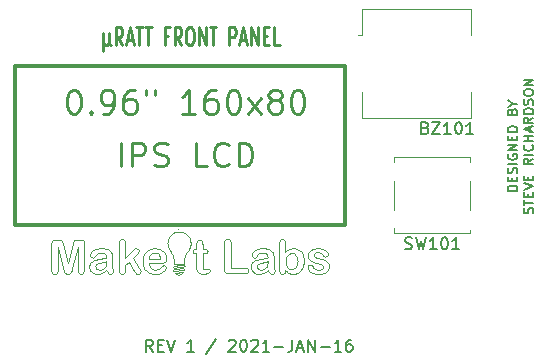
<source format=gto>
%TF.GenerationSoftware,KiCad,Pcbnew,(5.1.8)-1*%
%TF.CreationDate,2021-01-16T15:49:20-05:00*%
%TF.ProjectId,uratt_fp,75726174-745f-4667-902e-6b696361645f,rev?*%
%TF.SameCoordinates,Original*%
%TF.FileFunction,Legend,Top*%
%TF.FilePolarity,Positive*%
%FSLAX46Y46*%
G04 Gerber Fmt 4.6, Leading zero omitted, Abs format (unit mm)*
G04 Created by KiCad (PCBNEW (5.1.8)-1) date 2021-01-16 15:49:20*
%MOMM*%
%LPD*%
G01*
G04 APERTURE LIST*
%ADD10C,0.150000*%
%ADD11C,0.100000*%
%ADD12C,0.250000*%
%ADD13C,0.300000*%
%ADD14C,0.120000*%
G04 APERTURE END LIST*
D10*
X53857142Y-155877380D02*
X53523809Y-155401190D01*
X53285714Y-155877380D02*
X53285714Y-154877380D01*
X53666666Y-154877380D01*
X53761904Y-154925000D01*
X53809523Y-154972619D01*
X53857142Y-155067857D01*
X53857142Y-155210714D01*
X53809523Y-155305952D01*
X53761904Y-155353571D01*
X53666666Y-155401190D01*
X53285714Y-155401190D01*
X54285714Y-155353571D02*
X54619047Y-155353571D01*
X54761904Y-155877380D02*
X54285714Y-155877380D01*
X54285714Y-154877380D01*
X54761904Y-154877380D01*
X55047619Y-154877380D02*
X55380952Y-155877380D01*
X55714285Y-154877380D01*
X57333333Y-155877380D02*
X56761904Y-155877380D01*
X57047619Y-155877380D02*
X57047619Y-154877380D01*
X56952380Y-155020238D01*
X56857142Y-155115476D01*
X56761904Y-155163095D01*
X59238095Y-154829761D02*
X58380952Y-156115476D01*
X60285714Y-154972619D02*
X60333333Y-154925000D01*
X60428571Y-154877380D01*
X60666666Y-154877380D01*
X60761904Y-154925000D01*
X60809523Y-154972619D01*
X60857142Y-155067857D01*
X60857142Y-155163095D01*
X60809523Y-155305952D01*
X60238095Y-155877380D01*
X60857142Y-155877380D01*
X61476190Y-154877380D02*
X61571428Y-154877380D01*
X61666666Y-154925000D01*
X61714285Y-154972619D01*
X61761904Y-155067857D01*
X61809523Y-155258333D01*
X61809523Y-155496428D01*
X61761904Y-155686904D01*
X61714285Y-155782142D01*
X61666666Y-155829761D01*
X61571428Y-155877380D01*
X61476190Y-155877380D01*
X61380952Y-155829761D01*
X61333333Y-155782142D01*
X61285714Y-155686904D01*
X61238095Y-155496428D01*
X61238095Y-155258333D01*
X61285714Y-155067857D01*
X61333333Y-154972619D01*
X61380952Y-154925000D01*
X61476190Y-154877380D01*
X62190476Y-154972619D02*
X62238095Y-154925000D01*
X62333333Y-154877380D01*
X62571428Y-154877380D01*
X62666666Y-154925000D01*
X62714285Y-154972619D01*
X62761904Y-155067857D01*
X62761904Y-155163095D01*
X62714285Y-155305952D01*
X62142857Y-155877380D01*
X62761904Y-155877380D01*
X63714285Y-155877380D02*
X63142857Y-155877380D01*
X63428571Y-155877380D02*
X63428571Y-154877380D01*
X63333333Y-155020238D01*
X63238095Y-155115476D01*
X63142857Y-155163095D01*
X64142857Y-155496428D02*
X64904761Y-155496428D01*
X65666666Y-154877380D02*
X65666666Y-155591666D01*
X65619047Y-155734523D01*
X65523809Y-155829761D01*
X65380952Y-155877380D01*
X65285714Y-155877380D01*
X66095238Y-155591666D02*
X66571428Y-155591666D01*
X65999999Y-155877380D02*
X66333333Y-154877380D01*
X66666666Y-155877380D01*
X66999999Y-155877380D02*
X66999999Y-154877380D01*
X67571428Y-155877380D01*
X67571428Y-154877380D01*
X68047619Y-155496428D02*
X68809523Y-155496428D01*
X69809523Y-155877380D02*
X69238095Y-155877380D01*
X69523809Y-155877380D02*
X69523809Y-154877380D01*
X69428571Y-155020238D01*
X69333333Y-155115476D01*
X69238095Y-155163095D01*
X70666666Y-154877380D02*
X70476190Y-154877380D01*
X70380952Y-154925000D01*
X70333333Y-154972619D01*
X70238095Y-155115476D01*
X70190476Y-155305952D01*
X70190476Y-155686904D01*
X70238095Y-155782142D01*
X70285714Y-155829761D01*
X70380952Y-155877380D01*
X70571428Y-155877380D01*
X70666666Y-155829761D01*
X70714285Y-155782142D01*
X70761904Y-155686904D01*
X70761904Y-155448809D01*
X70714285Y-155353571D01*
X70666666Y-155305952D01*
X70571428Y-155258333D01*
X70380952Y-155258333D01*
X70285714Y-155305952D01*
X70238095Y-155353571D01*
X70190476Y-155448809D01*
D11*
X52739773Y-149221625D02*
X52653984Y-149278553D01*
X52653984Y-149278553D02*
X52557775Y-149294579D01*
X52106148Y-147336521D02*
X52176221Y-147264970D01*
X52176221Y-147264970D02*
X52251744Y-147195560D01*
X52251744Y-147195560D02*
X52275481Y-147176890D01*
X49322660Y-148946177D02*
X49428171Y-148938018D01*
X49428171Y-148938018D02*
X49527947Y-148913527D01*
X49527947Y-148913527D02*
X49613667Y-148877067D01*
X52695922Y-148782699D02*
X52750410Y-148871137D01*
X52750410Y-148871137D02*
X52782565Y-148927690D01*
X51508542Y-148553042D02*
X51508542Y-148975422D01*
X49881319Y-148301897D02*
X49881319Y-148226050D01*
X49233125Y-148386600D02*
X49139221Y-148425349D01*
X49139221Y-148425349D02*
X49069613Y-148474195D01*
X54504118Y-148747705D02*
X54580742Y-148678819D01*
X54580742Y-148678819D02*
X54659521Y-148605584D01*
X54659521Y-148605584D02*
X54665690Y-148599785D01*
X52808847Y-149022094D02*
X52795621Y-149122569D01*
X52795621Y-149122569D02*
X52748135Y-149212288D01*
X52748135Y-149212288D02*
X52739773Y-149221625D01*
X51427756Y-149211925D02*
X51346669Y-149271298D01*
X51346669Y-149271298D02*
X51248389Y-149294570D01*
X51248389Y-149294570D02*
X51241842Y-149294651D01*
X52583033Y-147197316D02*
X52638284Y-147283742D01*
X52638284Y-147283742D02*
X52649214Y-147355925D01*
X52275481Y-147176890D02*
X52367737Y-147138247D01*
X52367737Y-147138247D02*
X52417580Y-147134063D01*
X51508578Y-147963266D02*
X52106148Y-147336521D01*
X50247114Y-149294690D02*
X50150707Y-149267580D01*
X50150707Y-149267580D02*
X50085542Y-149217820D01*
X51241877Y-146343805D02*
X51345710Y-146362211D01*
X51345710Y-146362211D02*
X51431986Y-146422371D01*
X51431986Y-146422371D02*
X51436540Y-146427519D01*
X49881319Y-148226050D02*
X49881284Y-148226051D01*
X50979093Y-146705861D02*
X50985740Y-146603426D01*
X50985740Y-146603426D02*
X51011280Y-146502323D01*
X51011280Y-146502323D02*
X51047214Y-146436268D01*
X52265709Y-149051340D02*
X51796620Y-148280521D01*
X50421316Y-149227556D02*
X50333857Y-149279954D01*
X50333857Y-149279954D02*
X50247114Y-149294690D01*
X51047214Y-146436268D02*
X51123901Y-146369905D01*
X51123901Y-146369905D02*
X51226283Y-146344166D01*
X51226283Y-146344166D02*
X51241877Y-146343805D01*
X49541629Y-148316539D02*
X49438765Y-148338817D01*
X49438765Y-148338817D02*
X49334315Y-148362199D01*
X49334315Y-148362199D02*
X49233125Y-148386600D01*
X49916314Y-148994935D02*
X49916314Y-148994931D01*
X52782565Y-148927690D02*
X52808847Y-149022094D01*
X49613667Y-148877067D02*
X49703654Y-148819651D01*
X49703654Y-148819651D02*
X49778616Y-148744766D01*
X49778616Y-148744766D02*
X49809282Y-148698984D01*
X49069613Y-148474195D02*
X49008854Y-148558014D01*
X49008854Y-148558014D02*
X48991755Y-148656158D01*
X53781030Y-148872271D02*
X53872784Y-148914964D01*
X53872784Y-148914964D02*
X53971366Y-148937953D01*
X53971366Y-148937953D02*
X54040886Y-148942332D01*
X52265711Y-149051338D02*
X52265709Y-149051340D01*
X51508542Y-148975422D02*
X51497175Y-149080775D01*
X51497175Y-149080775D02*
X51455201Y-149178421D01*
X51455201Y-149178421D02*
X51427756Y-149211925D01*
X52150916Y-147926260D02*
X52695922Y-148782699D01*
X52433138Y-147667357D02*
X52150916Y-147926260D01*
X49083230Y-148861510D02*
X49166880Y-148916343D01*
X49166880Y-148916343D02*
X49269163Y-148943203D01*
X49269163Y-148943203D02*
X49322660Y-148946177D01*
X51436540Y-146427519D02*
X51485765Y-146516028D01*
X51485765Y-146516028D02*
X51506041Y-146616201D01*
X51506041Y-146616201D02*
X51508578Y-146674710D01*
X51049154Y-149212948D02*
X50998865Y-149119189D01*
X50998865Y-149119189D02*
X50980803Y-149019551D01*
X50980803Y-149019551D02*
X50979093Y-148971577D01*
X51241842Y-149294651D02*
X51138434Y-149276711D01*
X51138434Y-149276711D02*
X51053584Y-149217977D01*
X51053584Y-149217977D02*
X51049154Y-149212948D01*
X54215087Y-148919930D02*
X54311709Y-148882094D01*
X54311709Y-148882094D02*
X54367875Y-148849869D01*
X52417580Y-147134063D02*
X52518785Y-147154081D01*
X52518785Y-147154081D02*
X52583033Y-147197316D01*
X50979093Y-148971577D02*
X50979093Y-146705861D01*
X49881284Y-148226051D02*
X49778769Y-148258867D01*
X49778769Y-148258867D02*
X49670551Y-148287238D01*
X49670551Y-148287238D02*
X49569069Y-148310604D01*
X49569069Y-148310604D02*
X49541629Y-148316539D01*
X51796620Y-148280521D02*
X51508542Y-148553042D01*
X49809282Y-148698984D02*
X49850274Y-148597605D01*
X49850274Y-148597605D02*
X49871176Y-148487292D01*
X49871176Y-148487292D02*
X49879557Y-148384466D01*
X49879557Y-148384466D02*
X49881319Y-148301897D01*
X54367875Y-148849869D02*
X54451578Y-148790866D01*
X54451578Y-148790866D02*
X54504118Y-148747705D01*
X53592224Y-148663991D02*
X53646573Y-148750962D01*
X53646573Y-148750962D02*
X53718472Y-148827469D01*
X53718472Y-148827469D02*
X53781030Y-148872271D01*
X53519234Y-148344762D02*
X53527182Y-148453742D01*
X53527182Y-148453742D02*
X53548643Y-148554336D01*
X53548643Y-148554336D02*
X53587849Y-148655313D01*
X53587849Y-148655313D02*
X53592224Y-148663991D01*
X48991755Y-148656158D02*
X49009260Y-148754879D01*
X49009260Y-148754879D02*
X49066879Y-148845326D01*
X49066879Y-148845326D02*
X49083230Y-148861510D01*
X54558658Y-148344762D02*
X53519234Y-148344762D01*
X52557775Y-149294579D02*
X52457979Y-149276065D01*
X52457979Y-149276065D02*
X52407880Y-149242050D01*
X50085542Y-149217820D02*
X50013915Y-149137289D01*
X50013915Y-149137289D02*
X49955000Y-149055483D01*
X49955000Y-149055483D02*
X49916314Y-148994935D01*
X54040886Y-148942332D02*
X54142937Y-148935253D01*
X54142937Y-148935253D02*
X54215087Y-148919930D01*
X52407880Y-149242050D02*
X52341535Y-149162083D01*
X52341535Y-149162083D02*
X52282166Y-149076507D01*
X52282166Y-149076507D02*
X52265711Y-149051338D01*
X52649214Y-147355925D02*
X52618825Y-147454467D01*
X52618825Y-147454467D02*
X52556152Y-147542743D01*
X52556152Y-147542743D02*
X52483777Y-147619915D01*
X52483777Y-147619915D02*
X52433138Y-147667357D01*
X51508578Y-146674710D02*
X51508578Y-147963266D01*
X49006289Y-147725849D02*
X48950607Y-147809905D01*
X48950607Y-147809905D02*
X48903102Y-147874757D01*
X45722633Y-149212913D02*
X45637728Y-149274204D01*
X45637728Y-149274204D02*
X45536455Y-149294537D01*
X45536455Y-149294537D02*
X45528958Y-149294617D01*
X49181479Y-147556481D02*
X49097631Y-147616685D01*
X49097631Y-147616685D02*
X49029806Y-147691940D01*
X49029806Y-147691940D02*
X49006289Y-147725849D01*
X49881248Y-147906825D02*
X49870599Y-147797423D01*
X49870599Y-147797423D02*
X49846692Y-147696641D01*
X49846692Y-147696641D02*
X49801201Y-147604571D01*
X49801201Y-147604571D02*
X49796582Y-147598321D01*
X48976126Y-148117044D02*
X49080481Y-148094666D01*
X49080481Y-148094666D02*
X49179449Y-148074248D01*
X49179449Y-148074248D02*
X49227233Y-148064481D01*
X45795623Y-146997821D02*
X45795623Y-148967627D01*
X46037946Y-146421665D02*
X46120381Y-146483889D01*
X46120381Y-146483889D02*
X46146002Y-146526758D01*
X48596573Y-148323384D02*
X48672110Y-148252839D01*
X48672110Y-148252839D02*
X48760552Y-148194933D01*
X48760552Y-148194933D02*
X48861893Y-148149666D01*
X48861893Y-148149666D02*
X48961142Y-148120430D01*
X48961142Y-148120430D02*
X48976126Y-148117044D01*
X48458389Y-148695141D02*
X48467022Y-148590168D01*
X48467022Y-148590168D02*
X48492926Y-148493215D01*
X48492926Y-148493215D02*
X48542720Y-148393734D01*
X48542720Y-148393734D02*
X48596573Y-148323384D01*
X48016536Y-146709743D02*
X48016536Y-148967627D01*
X48542104Y-148994931D02*
X48494442Y-148897152D01*
X48494442Y-148897152D02*
X48466564Y-148793853D01*
X48466564Y-148793853D02*
X48458389Y-148695141D01*
X48780546Y-149213900D02*
X48690752Y-149157811D01*
X48690752Y-149157811D02*
X48614850Y-149090497D01*
X48614850Y-149090497D02*
X48552839Y-149011977D01*
X48552839Y-149011977D02*
X48542104Y-148994931D01*
X46298790Y-148988123D02*
X46271851Y-148887473D01*
X46271851Y-148887473D02*
X46253035Y-148815861D01*
X47919204Y-146457684D02*
X47985734Y-146538020D01*
X47985734Y-146538020D02*
X48013113Y-146643950D01*
X48013113Y-146643950D02*
X48016536Y-146709743D01*
X47054969Y-146773949D02*
X47081997Y-146676220D01*
X47081997Y-146676220D02*
X47114291Y-146576998D01*
X47114291Y-146576998D02*
X47134767Y-146526758D01*
X49139674Y-149294651D02*
X49028638Y-149288257D01*
X49028638Y-149288257D02*
X48925448Y-149269086D01*
X48925448Y-149269086D02*
X48830112Y-149237151D01*
X48830112Y-149237151D02*
X48780546Y-149213900D01*
X46360103Y-149138935D02*
X46317901Y-149048100D01*
X46317901Y-149048100D02*
X46298790Y-148988123D01*
X47747931Y-149294617D02*
X47649228Y-149276676D01*
X47649228Y-149276676D02*
X47563784Y-149217942D01*
X47563784Y-149217942D02*
X47559124Y-149212913D01*
X47027735Y-148815861D02*
X47001353Y-148917344D01*
X47001353Y-148917344D02*
X46973987Y-149014785D01*
X46973987Y-149014785D02*
X46954745Y-149075682D01*
X47943546Y-149212913D02*
X47858134Y-149274204D01*
X47858134Y-149274204D02*
X47755545Y-149294537D01*
X47755545Y-149294537D02*
X47747931Y-149294617D01*
X45338211Y-149213866D02*
X45287640Y-149126974D01*
X45287640Y-149126974D02*
X45266834Y-149026688D01*
X45266834Y-149026688D02*
X45264234Y-148967627D01*
X45528958Y-149294617D02*
X45428872Y-149276861D01*
X45428872Y-149276861D02*
X45342873Y-149218830D01*
X45342873Y-149218830D02*
X45338211Y-149213866D01*
X50498221Y-149078648D02*
X50468174Y-149175138D01*
X50468174Y-149175138D02*
X50421316Y-149227556D01*
X49543570Y-149219721D02*
X49438812Y-149255941D01*
X49438812Y-149255941D02*
X49339884Y-149278186D01*
X49339884Y-149278186D02*
X49235492Y-149291065D01*
X49235492Y-149291065D02*
X49139674Y-149294651D01*
X50448585Y-148869380D02*
X50476844Y-148967447D01*
X50476844Y-148967447D02*
X50497784Y-149068869D01*
X50497784Y-149068869D02*
X50498221Y-149078648D01*
X50036929Y-147212947D02*
X50129797Y-147260326D01*
X50129797Y-147260326D02*
X50216691Y-147328030D01*
X50216691Y-147328030D02*
X50284966Y-147410977D01*
X50284966Y-147410977D02*
X50320139Y-147474743D01*
X46850605Y-149226530D02*
X46760100Y-149277616D01*
X46760100Y-149277616D02*
X46656945Y-149294384D01*
X46656945Y-149294384D02*
X46640385Y-149294651D01*
X46954745Y-149075682D02*
X46907886Y-149164140D01*
X46907886Y-149164140D02*
X46850605Y-149226530D01*
X49796582Y-147598321D02*
X49709163Y-147534690D01*
X49709163Y-147534690D02*
X49605866Y-147507812D01*
X49605866Y-147507812D02*
X49500662Y-147500132D01*
X49500662Y-147500132D02*
X49486102Y-147500036D01*
X49227233Y-148064481D02*
X49335454Y-148042059D01*
X49335454Y-148042059D02*
X49434609Y-148020692D01*
X49434609Y-148020692D02*
X49534134Y-147998187D01*
X49534134Y-147998187D02*
X49570804Y-147989551D01*
X48618904Y-147853344D02*
X48562878Y-147769025D01*
X48562878Y-147769025D02*
X48553710Y-147706377D01*
X48773667Y-147910776D02*
X48671248Y-147888351D01*
X48671248Y-147888351D02*
X48618904Y-147853344D01*
X48016536Y-148967627D02*
X48007908Y-149070385D01*
X48007908Y-149070385D02*
X47975474Y-149166922D01*
X47975474Y-149166922D02*
X47943546Y-149212913D01*
X46253035Y-148815861D02*
X45795623Y-146997821D01*
X50401877Y-148266942D02*
X50401000Y-148368876D01*
X50401000Y-148368876D02*
X50399968Y-148469524D01*
X50399968Y-148469524D02*
X50398950Y-148556995D01*
X49486102Y-147500036D02*
X49380154Y-147504498D01*
X49380154Y-147504498D02*
X49281044Y-147519929D01*
X49281044Y-147519929D02*
X49181479Y-147556481D01*
X49570804Y-147989551D02*
X49672017Y-147964421D01*
X49672017Y-147964421D02*
X49769028Y-147938567D01*
X49769028Y-147938567D02*
X49870807Y-147909853D01*
X49870807Y-147909853D02*
X49881248Y-147906825D01*
X49916314Y-148994931D02*
X49832605Y-149056913D01*
X49832605Y-149056913D02*
X49738427Y-149118973D01*
X49738427Y-149118973D02*
X49645836Y-149171661D01*
X49645836Y-149171661D02*
X49554833Y-149214967D01*
X49554833Y-149214967D02*
X49543570Y-149219721D01*
X46640385Y-149294651D02*
X46536373Y-149280809D01*
X46536373Y-149280809D02*
X46469111Y-149250872D01*
X47485147Y-148967627D02*
X47485147Y-146997821D01*
X47485147Y-146997821D02*
X47027735Y-148815861D01*
X47559124Y-149212913D02*
X47508553Y-149125720D01*
X47508553Y-149125720D02*
X47487747Y-149026071D01*
X47487747Y-149026071D02*
X47485147Y-148967627D01*
X46146002Y-146526758D02*
X46183480Y-146626514D01*
X46183480Y-146626514D02*
X46212050Y-146722760D01*
X46212050Y-146722760D02*
X46225800Y-146773949D01*
X47656420Y-146392455D02*
X47762103Y-146400159D01*
X47762103Y-146400159D02*
X47859052Y-146426147D01*
X47859052Y-146426147D02*
X47919204Y-146457684D01*
X45795623Y-148967627D02*
X45787003Y-149070385D01*
X45787003Y-149070385D02*
X45754576Y-149166922D01*
X45754576Y-149166922D02*
X45722633Y-149212913D01*
X45361565Y-146457684D02*
X45459760Y-146413103D01*
X45459760Y-146413103D02*
X45564693Y-146394750D01*
X45564693Y-146394750D02*
X45624349Y-146392455D01*
X47242823Y-146421665D02*
X47345356Y-146398873D01*
X47345356Y-146398873D02*
X47447837Y-146392711D01*
X47447837Y-146392711D02*
X47477350Y-146392455D01*
X46640385Y-148336966D02*
X47054969Y-146773949D01*
X46225800Y-146773949D02*
X46640385Y-148336966D01*
X45264234Y-148967627D02*
X45264234Y-146709743D01*
X45264234Y-146709743D02*
X45273734Y-146604838D01*
X45273734Y-146604838D02*
X45310227Y-146510314D01*
X45310227Y-146510314D02*
X45361565Y-146457684D01*
X50402865Y-147949688D02*
X50402788Y-148050327D01*
X50402788Y-148050327D02*
X50402521Y-148151677D01*
X50402521Y-148151677D02*
X50401938Y-148258737D01*
X50401938Y-148258737D02*
X50401877Y-148266942D01*
X45624349Y-146392455D02*
X45803419Y-146392455D01*
X46469111Y-149250872D02*
X46390555Y-149182915D01*
X46390555Y-149182915D02*
X46360103Y-149138935D01*
X50398950Y-148556995D02*
X50404815Y-148661546D01*
X50404815Y-148661546D02*
X50422410Y-148769066D01*
X50422410Y-148769066D02*
X50448585Y-148869380D01*
X50320139Y-147474743D02*
X50356326Y-147571595D01*
X50356326Y-147571595D02*
X50382179Y-147683032D01*
X50382179Y-147683032D02*
X50396319Y-147792509D01*
X50396319Y-147792509D02*
X50402137Y-147895241D01*
X50402137Y-147895241D02*
X50402865Y-147949688D01*
X47477350Y-146392455D02*
X47656420Y-146392455D01*
X49486066Y-147130220D02*
X49591895Y-147132240D01*
X49591895Y-147132240D02*
X49709231Y-147139998D01*
X49709231Y-147139998D02*
X49816030Y-147153572D01*
X49816030Y-147153572D02*
X49927311Y-147176759D01*
X49927311Y-147176759D02*
X50024251Y-147207858D01*
X50024251Y-147207858D02*
X50036929Y-147212947D01*
X48962474Y-147215875D02*
X49059381Y-147182509D01*
X49059381Y-147182509D02*
X49166153Y-147157331D01*
X49166153Y-147157331D02*
X49265530Y-147142271D01*
X49265530Y-147142271D02*
X49372165Y-147133233D01*
X49372165Y-147133233D02*
X49486066Y-147130220D01*
X48652982Y-147433856D02*
X48725859Y-147355699D01*
X48725859Y-147355699D02*
X48809975Y-147293158D01*
X48809975Y-147293158D02*
X48899484Y-147243772D01*
X48899484Y-147243772D02*
X48962474Y-147215875D01*
X45803419Y-146392455D02*
X45904028Y-146395906D01*
X45904028Y-146395906D02*
X46007480Y-146411738D01*
X46007480Y-146411738D02*
X46037946Y-146421665D01*
X48553710Y-147706377D02*
X48567670Y-147602370D01*
X48567670Y-147602370D02*
X48604994Y-147508941D01*
X48604994Y-147508941D02*
X48652982Y-147433856D01*
X48903102Y-147874757D02*
X48808461Y-147909510D01*
X48808461Y-147909510D02*
X48773667Y-147910776D01*
X47134767Y-146526758D02*
X47197107Y-146447246D01*
X47197107Y-146447246D02*
X47242823Y-146421665D01*
X56401782Y-148973837D02*
X56493794Y-148931735D01*
X56493794Y-148931735D02*
X56515764Y-148886454D01*
X55574412Y-149030069D02*
X55658102Y-149090793D01*
X55658102Y-149090793D02*
X55684091Y-149087467D01*
X56428450Y-148533183D02*
X56307037Y-148542030D01*
X56307037Y-148542030D02*
X56185850Y-148553459D01*
X56185850Y-148553459D02*
X56064930Y-148567420D01*
X56064930Y-148567420D02*
X55944322Y-148583863D01*
X55944322Y-148583863D02*
X55824069Y-148602739D01*
X55824069Y-148602739D02*
X55704215Y-148623999D01*
X55704215Y-148623999D02*
X55656396Y-148633160D01*
X68771867Y-148599786D02*
X68771862Y-148599785D01*
X68611315Y-147451247D02*
X68656110Y-147543211D01*
X68656110Y-147543211D02*
X68668746Y-147622521D01*
X56819577Y-146079716D02*
X56897993Y-146185546D01*
X56897993Y-146185546D02*
X56960744Y-146297895D01*
X56960744Y-146297895D02*
X57007714Y-146415364D01*
X57007714Y-146415364D02*
X57038788Y-146536555D01*
X57038788Y-146536555D02*
X57053851Y-146660070D01*
X57053851Y-146660070D02*
X57052788Y-146784512D01*
X57052788Y-146784512D02*
X57035483Y-146908482D01*
X57035483Y-146908482D02*
X57001822Y-147030582D01*
X57001822Y-147030582D02*
X56951689Y-147149416D01*
X56951689Y-147149416D02*
X56884969Y-147263584D01*
X56884969Y-147263584D02*
X56831218Y-147336415D01*
X55247951Y-146180964D02*
X55319793Y-146075685D01*
X55319793Y-146075685D02*
X55401410Y-145982802D01*
X55401410Y-145982802D02*
X55492758Y-145902927D01*
X55492758Y-145902927D02*
X55593792Y-145836674D01*
X55593792Y-145836674D02*
X55704469Y-145784657D01*
X55704469Y-145784657D02*
X55824744Y-145747491D01*
X55824744Y-145747491D02*
X55954574Y-145725789D01*
X55954574Y-145725789D02*
X56058189Y-145720030D01*
X56058189Y-145720030D02*
X56093913Y-145720165D01*
X68020588Y-147519333D02*
X67924231Y-147484297D01*
X67924231Y-147484297D02*
X67824452Y-147473035D01*
X67824452Y-147473035D02*
X67798692Y-147472625D01*
X68691150Y-148339825D02*
X68740315Y-148429823D01*
X68740315Y-148429823D02*
X68766815Y-148528796D01*
X68766815Y-148528796D02*
X68771867Y-148599786D01*
X55666309Y-148796531D02*
X55782903Y-148773712D01*
X55782903Y-148773712D02*
X55899927Y-148753188D01*
X55899927Y-148753188D02*
X56017337Y-148735018D01*
X56017337Y-148735018D02*
X56135091Y-148719266D01*
X56135091Y-148719266D02*
X56253147Y-148705991D01*
X56253147Y-148705991D02*
X56371463Y-148695255D01*
X56371463Y-148695255D02*
X56418854Y-148691686D01*
X55298398Y-147308512D02*
X55233416Y-147205058D01*
X55233416Y-147205058D02*
X55180458Y-147100941D01*
X55180458Y-147100941D02*
X55139675Y-146996227D01*
X55139675Y-146996227D02*
X55111222Y-146890986D01*
X55111222Y-146890986D02*
X55095251Y-146785286D01*
X55095251Y-146785286D02*
X55091917Y-146679196D01*
X55091917Y-146679196D02*
X55101373Y-146572785D01*
X55101373Y-146572785D02*
X55123773Y-146466120D01*
X55123773Y-146466120D02*
X55159269Y-146359270D01*
X55159269Y-146359270D02*
X55208016Y-146252305D01*
X55208016Y-146252305D02*
X55247951Y-146180964D01*
X56515764Y-148886454D02*
X56443834Y-148816499D01*
X56443834Y-148816499D02*
X56411376Y-148815440D01*
X56468422Y-148436624D02*
X56367796Y-148436096D01*
X56367796Y-148436096D02*
X56342233Y-148436023D01*
X56474207Y-148334813D02*
X56468422Y-148436624D01*
X68049801Y-147998229D02*
X68153627Y-148025740D01*
X68153627Y-148025740D02*
X68261673Y-148059919D01*
X68261673Y-148059919D02*
X68358400Y-148097016D01*
X68358400Y-148097016D02*
X68453695Y-148142233D01*
X67533969Y-147823993D02*
X67622147Y-147875664D01*
X67622147Y-147875664D02*
X67722775Y-147912575D01*
X56007376Y-148902468D02*
X56007376Y-148902468D01*
X55993652Y-145509346D02*
X55993652Y-145509346D01*
X55748824Y-149196155D02*
X55814437Y-149276725D01*
X55814437Y-149276725D02*
X55905854Y-149332979D01*
X55905854Y-149332979D02*
X56004303Y-149357347D01*
X56004303Y-149357347D02*
X56039584Y-149359067D01*
X56509132Y-147971768D02*
X56489395Y-148071463D01*
X56489395Y-148071463D02*
X56482537Y-148174391D01*
X56482537Y-148174391D02*
X56478684Y-148277956D01*
X56478684Y-148277956D02*
X56474207Y-148334813D01*
X55656396Y-148633160D02*
X55656397Y-148633158D01*
X55551410Y-148738145D02*
X55633793Y-148799600D01*
X55633793Y-148799600D02*
X55666309Y-148796531D01*
X68433233Y-147830766D02*
X68332323Y-147808694D01*
X68332323Y-147808694D02*
X68294062Y-147784058D01*
X67722775Y-147912575D02*
X67824424Y-147941037D01*
X67824424Y-147941037D02*
X67928368Y-147968107D01*
X67928368Y-147968107D02*
X68036870Y-147995079D01*
X68036870Y-147995079D02*
X68049801Y-147998229D01*
X68668746Y-147622521D02*
X68644785Y-147723971D01*
X68644785Y-147723971D02*
X68607435Y-147772416D01*
X55656397Y-148633158D02*
X55569731Y-148684402D01*
X55569731Y-148684402D02*
X55551410Y-148738145D01*
X56039584Y-149359067D02*
X56144025Y-149343514D01*
X56144025Y-149343514D02*
X56234390Y-149300263D01*
X56234390Y-149300263D02*
X56313270Y-149223466D01*
X56313270Y-149223466D02*
X56358150Y-149124785D01*
X56358150Y-149124785D02*
X56363082Y-149097589D01*
X67798692Y-147472625D02*
X67697490Y-147481253D01*
X67697490Y-147481253D02*
X67596744Y-147513109D01*
X67596744Y-147513109D02*
X67559262Y-147533938D01*
X55748825Y-149196155D02*
X55748824Y-149196155D01*
X55608842Y-148188198D02*
X55605528Y-148068221D01*
X55605528Y-148068221D02*
X55590344Y-147951597D01*
X55590344Y-147951597D02*
X55564153Y-147838080D01*
X55564153Y-147838080D02*
X55527822Y-147727426D01*
X55527822Y-147727426D02*
X55482216Y-147619387D01*
X55482216Y-147619387D02*
X55428199Y-147513719D01*
X55428199Y-147513719D02*
X55366638Y-147410176D01*
X55366638Y-147410176D02*
X55298398Y-147308512D01*
X56342233Y-148436023D02*
X56240111Y-148436023D01*
X56240111Y-148436023D02*
X56137501Y-148436023D01*
X56137501Y-148436023D02*
X56034495Y-148436023D01*
X56034495Y-148436023D02*
X55931184Y-148436023D01*
X55931184Y-148436023D02*
X55827659Y-148436023D01*
X55827659Y-148436023D02*
X55724011Y-148436023D01*
X55724011Y-148436023D02*
X55682538Y-148436023D01*
X56363082Y-149097589D02*
X55748825Y-149196155D01*
X56831218Y-147336415D02*
X56762360Y-147429323D01*
X56762360Y-147429323D02*
X56701014Y-147524705D01*
X56701014Y-147524705D02*
X56646738Y-147622481D01*
X56646738Y-147622481D02*
X56599089Y-147722574D01*
X56599089Y-147722574D02*
X56557627Y-147824902D01*
X56557627Y-147824902D02*
X56521909Y-147929387D01*
X56521909Y-147929387D02*
X56509132Y-147971768D01*
X68453695Y-148142233D02*
X68544212Y-148197500D01*
X68544212Y-148197500D02*
X68626655Y-148265098D01*
X68626655Y-148265098D02*
X68691150Y-148339825D01*
X67463906Y-147686762D02*
X67494079Y-147783612D01*
X67494079Y-147783612D02*
X67533969Y-147823993D01*
X68169460Y-147176822D02*
X68266928Y-147206453D01*
X68266928Y-147206453D02*
X68361856Y-147245612D01*
X68361856Y-147245612D02*
X68443922Y-147291651D01*
X68162688Y-147643899D02*
X68092522Y-147569974D01*
X68092522Y-147569974D02*
X68020588Y-147519333D01*
X68443922Y-147291651D02*
X68524574Y-147352734D01*
X68524574Y-147352734D02*
X68596127Y-147429596D01*
X68596127Y-147429596D02*
X68611315Y-147451247D01*
X55674107Y-148924094D02*
X55588939Y-148980060D01*
X55588939Y-148980060D02*
X55574412Y-149030069D01*
X55682538Y-148436023D02*
X55682537Y-148436025D01*
X55682537Y-148436025D02*
X55608842Y-148436025D01*
X68607435Y-147772416D02*
X68516419Y-147821149D01*
X68516419Y-147821149D02*
X68433233Y-147830766D01*
X55674107Y-148924096D02*
X55674107Y-148924094D01*
X56418854Y-148691686D02*
X56511585Y-148654216D01*
X56511585Y-148654216D02*
X56537811Y-148605961D01*
X67798655Y-147133995D02*
X67899182Y-147136673D01*
X67899182Y-147136673D02*
X68006042Y-147146086D01*
X68006042Y-147146086D02*
X68106296Y-147162271D01*
X68106296Y-147162271D02*
X68169460Y-147176822D01*
X67559262Y-147533938D02*
X67484858Y-147607614D01*
X67484858Y-147607614D02*
X67463906Y-147686762D01*
X67349992Y-147218661D02*
X67447728Y-147181619D01*
X67447728Y-147181619D02*
X67555088Y-147155161D01*
X67555088Y-147155161D02*
X67656918Y-147140692D01*
X67656918Y-147140692D02*
X67766107Y-147134325D01*
X67766107Y-147134325D02*
X67798655Y-147133995D01*
X55684091Y-149087467D02*
X55783679Y-149065346D01*
X55783679Y-149065346D02*
X55895226Y-149042253D01*
X55895226Y-149042253D02*
X55998463Y-149023292D01*
X55998463Y-149023292D02*
X56099892Y-149007466D01*
X56099892Y-149007466D02*
X56206011Y-148993779D01*
X56206011Y-148993779D02*
X56323320Y-148981232D01*
X56323320Y-148981232D02*
X56401782Y-148973837D01*
X56537811Y-148605961D02*
X56462402Y-148534719D01*
X56462402Y-148534719D02*
X56428450Y-148533183D01*
X55608842Y-148436025D02*
X55608842Y-148335200D01*
X55608842Y-148335200D02*
X55608842Y-148235004D01*
X55608842Y-148235004D02*
X55608842Y-148188198D01*
X56093913Y-145720165D02*
X56204516Y-145728886D01*
X56204516Y-145728886D02*
X56309344Y-145749347D01*
X56309344Y-145749347D02*
X56408442Y-145780853D01*
X56408442Y-145780853D02*
X56501856Y-145822708D01*
X56501856Y-145822708D02*
X56589631Y-145874218D01*
X56589631Y-145874218D02*
X56671812Y-145934686D01*
X56671812Y-145934686D02*
X56748446Y-146003417D01*
X56748446Y-146003417D02*
X56819577Y-146079716D01*
X68294062Y-147784058D02*
X68220054Y-147712109D01*
X68220054Y-147712109D02*
X68162688Y-147643899D01*
X56411376Y-148815440D02*
X56305545Y-148824442D01*
X56305545Y-148824442D02*
X56187963Y-148836226D01*
X56187963Y-148836226D02*
X56080492Y-148849484D01*
X56080492Y-148849484D02*
X55976453Y-148865167D01*
X55976453Y-148865167D02*
X55869171Y-148884223D01*
X55869171Y-148884223D02*
X55751968Y-148907600D01*
X55751968Y-148907600D02*
X55674107Y-148924096D01*
X66573282Y-148635731D02*
X66539171Y-148733131D01*
X66539171Y-148733131D02*
X66492498Y-148834694D01*
X66492498Y-148834694D02*
X66437045Y-148927776D01*
X66437045Y-148927776D02*
X66395201Y-148985122D01*
X65059901Y-148990909D02*
X65049769Y-149093074D01*
X65049769Y-149093074D02*
X65012359Y-149186309D01*
X65012359Y-149186309D02*
X64987899Y-149217709D01*
X63489123Y-148698984D02*
X63530115Y-148597605D01*
X63530115Y-148597605D02*
X63551017Y-148487292D01*
X63551017Y-148487292D02*
X63559398Y-148384466D01*
X63559398Y-148384466D02*
X63561160Y-148301897D01*
X67348969Y-149207092D02*
X67253489Y-149160559D01*
X67253489Y-149160559D02*
X67162047Y-149101661D01*
X67162047Y-149101661D02*
X67080301Y-149028101D01*
X67080301Y-149028101D02*
X67047274Y-148988123D01*
X65365511Y-147220670D02*
X65458941Y-147180685D01*
X65458941Y-147180685D02*
X65564086Y-147153782D01*
X65564086Y-147153782D02*
X65667380Y-147140853D01*
X65667380Y-147140853D02*
X65750921Y-147137944D01*
X65956272Y-148709747D02*
X66012753Y-148626331D01*
X66012753Y-148626331D02*
X66055372Y-148528466D01*
X66055372Y-148528466D02*
X66084122Y-148416156D01*
X66084122Y-148416156D02*
X66097721Y-148308397D01*
X66097721Y-148308397D02*
X66101263Y-148210496D01*
X64622915Y-146426462D02*
X64706765Y-146361916D01*
X64706765Y-146361916D02*
X64804913Y-146343735D01*
X67047274Y-148988123D02*
X66991848Y-148897676D01*
X66991848Y-148897676D02*
X66957637Y-148798741D01*
X66957637Y-148798741D02*
X66949943Y-148724351D01*
X65085229Y-148226053D02*
X65090326Y-148339870D01*
X65090326Y-148339870D02*
X65105618Y-148443355D01*
X65105618Y-148443355D02*
X65136344Y-148551023D01*
X65136344Y-148551023D02*
X65180945Y-148644614D01*
X65180945Y-148644614D02*
X65230220Y-148713627D01*
X64987899Y-149217709D02*
X64906141Y-149275352D01*
X64906141Y-149275352D02*
X64804913Y-149294579D01*
X63561160Y-148301897D02*
X63561160Y-148226050D01*
X67839471Y-149294651D02*
X67735064Y-149291573D01*
X67735064Y-149291573D02*
X67620509Y-149280203D01*
X67620509Y-149280203D02*
X67513768Y-149260453D01*
X67513768Y-149260453D02*
X67414843Y-149232320D01*
X67414843Y-149232320D02*
X67348969Y-149207092D01*
X65610761Y-147531186D02*
X65510289Y-147540956D01*
X65510289Y-147540956D02*
X65409593Y-147573913D01*
X65409593Y-147573913D02*
X65340181Y-147613913D01*
X66040903Y-147848440D02*
X65993450Y-147752231D01*
X65993450Y-147752231D02*
X65928038Y-147665903D01*
X65928038Y-147665903D02*
X65869630Y-147613913D01*
X64624855Y-149217709D02*
X64576648Y-149129581D01*
X64576648Y-149129581D02*
X64558767Y-149027245D01*
X64558767Y-149027245D02*
X64557720Y-148990909D01*
X65745066Y-149294579D02*
X65640592Y-149289002D01*
X65640592Y-149289002D02*
X65541661Y-149272248D01*
X65541661Y-149272248D02*
X65514419Y-149265404D01*
X66634594Y-148192925D02*
X66631661Y-148296607D01*
X66631661Y-148296607D02*
X66622862Y-148396471D01*
X66622862Y-148396471D02*
X66605619Y-148505926D01*
X66605619Y-148505926D02*
X66580708Y-148610393D01*
X66580708Y-148610393D02*
X66573282Y-148635731D01*
X63293508Y-148877067D02*
X63383495Y-148819651D01*
X63383495Y-148819651D02*
X63458457Y-148744766D01*
X63458457Y-148744766D02*
X63489123Y-148698984D01*
X62671595Y-148656158D02*
X62689100Y-148754879D01*
X62689100Y-148754879D02*
X62746720Y-148845326D01*
X62746720Y-148845326D02*
X62763071Y-148861510D01*
X66111990Y-149213828D02*
X66015666Y-149252847D01*
X66015666Y-149252847D02*
X65913970Y-149279111D01*
X65913970Y-149279111D02*
X65806888Y-149292605D01*
X65806888Y-149292605D02*
X65745066Y-149294579D01*
X64804913Y-149294579D02*
X64703440Y-149275352D01*
X64703440Y-149275352D02*
X64624855Y-149217709D01*
X65201047Y-149090215D02*
X65130028Y-149017269D01*
X65130028Y-149017269D02*
X65059901Y-148938380D01*
X65059899Y-146647442D02*
X65059899Y-147459113D01*
X65610761Y-148883948D02*
X65719134Y-148870168D01*
X65719134Y-148870168D02*
X65818746Y-148828829D01*
X65818746Y-148828829D02*
X65899930Y-148768948D01*
X65899930Y-148768948D02*
X65956272Y-148709747D01*
X65230220Y-148713627D02*
X65308377Y-148788162D01*
X65308377Y-148788162D02*
X65397855Y-148841385D01*
X65397855Y-148841385D02*
X65498651Y-148873309D01*
X65498651Y-148873309D02*
X65610761Y-148883948D01*
X66524633Y-147627458D02*
X66567465Y-147736033D01*
X66567465Y-147736033D02*
X66595813Y-147835837D01*
X66595813Y-147835837D02*
X66616436Y-147941862D01*
X66616436Y-147941862D02*
X66629328Y-148054108D01*
X66629328Y-148054108D02*
X66634486Y-148172575D01*
X66634486Y-148172575D02*
X66634594Y-148192925D01*
X65059901Y-148938380D02*
X65059901Y-148990909D01*
X65750921Y-147137944D02*
X65863607Y-147143950D01*
X65863607Y-147143950D02*
X65970059Y-147161971D01*
X65970059Y-147161971D02*
X66070274Y-147192009D01*
X66070274Y-147192009D02*
X66164246Y-147234067D01*
X66164246Y-147234067D02*
X66215141Y-147263497D01*
X67068687Y-147445462D02*
X67137146Y-147362246D01*
X67137146Y-147362246D02*
X67213870Y-147296952D01*
X67213870Y-147296952D02*
X67304921Y-147240735D01*
X67304921Y-147240735D02*
X67349992Y-147218661D01*
X66973331Y-147747157D02*
X66984598Y-147639499D01*
X66984598Y-147639499D02*
X67018401Y-147535977D01*
X67018401Y-147535977D02*
X67068687Y-147445462D01*
X67076484Y-148048853D02*
X67017760Y-147957907D01*
X67017760Y-147957907D02*
X66983407Y-147853588D01*
X66983407Y-147853588D02*
X66973331Y-147747157D01*
X67351932Y-148246444D02*
X67260510Y-148200541D01*
X67260510Y-148200541D02*
X67171741Y-148140663D01*
X67171741Y-148140663D02*
X67096446Y-148071441D01*
X67096446Y-148071441D02*
X67076484Y-148048853D01*
X67798655Y-148389531D02*
X67699322Y-148363750D01*
X67699322Y-148363750D02*
X67592524Y-148333061D01*
X67592524Y-148333061D02*
X67495507Y-148301714D01*
X67495507Y-148301714D02*
X67396600Y-148265082D01*
X67396600Y-148265082D02*
X67351932Y-148246444D01*
X66395201Y-148985122D02*
X66325576Y-149063030D01*
X66325576Y-149063030D02*
X66248096Y-149130307D01*
X66248096Y-149130307D02*
X66162774Y-149186952D01*
X66162774Y-149186952D02*
X66111990Y-149213828D01*
X64804913Y-146343735D02*
X64907479Y-146361059D01*
X64907479Y-146361059D02*
X64993755Y-146422581D01*
X67012243Y-148574492D02*
X67097874Y-148522466D01*
X67097874Y-148522466D02*
X67169900Y-148512191D01*
X66101263Y-148210496D02*
X66097492Y-148109027D01*
X66097492Y-148109027D02*
X66084232Y-148003605D01*
X66084232Y-148003605D02*
X66058295Y-147897309D01*
X66058295Y-147897309D02*
X66040903Y-147848440D01*
X64557720Y-146670725D02*
X64565415Y-146568973D01*
X64565415Y-146568973D02*
X64594377Y-146472744D01*
X64594377Y-146472744D02*
X64622915Y-146426462D01*
X65330481Y-149188499D02*
X65248217Y-149130869D01*
X65248217Y-149130869D02*
X65201047Y-149090215D01*
X63561160Y-148226050D02*
X63561160Y-148226051D01*
X68148046Y-148512191D02*
X68049158Y-148464813D01*
X68049158Y-148464813D02*
X67949689Y-148430374D01*
X67949689Y-148430374D02*
X67843060Y-148400535D01*
X67843060Y-148400535D02*
X67798655Y-148389531D01*
X65514419Y-149265404D02*
X65414433Y-149231594D01*
X65414433Y-149231594D02*
X65330481Y-149188499D01*
X68254127Y-148716556D02*
X68236612Y-148615218D01*
X68236612Y-148615218D02*
X68172902Y-148529427D01*
X68172902Y-148529427D02*
X68148046Y-148512191D01*
X65085229Y-148226054D02*
X65085229Y-148226053D01*
X68664795Y-148976446D02*
X68596508Y-149058578D01*
X68596508Y-149058578D02*
X68512033Y-149128701D01*
X68512033Y-149128701D02*
X68423369Y-149180947D01*
X68423369Y-149180947D02*
X68348495Y-149213900D01*
X63002501Y-148946177D02*
X63108012Y-148938018D01*
X63108012Y-148938018D02*
X63207788Y-148913527D01*
X63207788Y-148913527D02*
X63293508Y-148877067D01*
X66215141Y-147263497D02*
X66298150Y-147323822D01*
X66298150Y-147323822D02*
X66372579Y-147394962D01*
X66372579Y-147394962D02*
X66438437Y-147476903D01*
X66438437Y-147476903D02*
X66495733Y-147569631D01*
X66495733Y-147569631D02*
X66524633Y-147627458D01*
X67384070Y-148667908D02*
X67444068Y-148757074D01*
X67444068Y-148757074D02*
X67518173Y-148834942D01*
X67518173Y-148834942D02*
X67579685Y-148880068D01*
X68151963Y-148879080D02*
X68225298Y-148807982D01*
X68225298Y-148807982D02*
X68254127Y-148716556D01*
X67890166Y-148950130D02*
X67993100Y-148941737D01*
X67993100Y-148941737D02*
X68089924Y-148913430D01*
X68089924Y-148913430D02*
X68151963Y-148879080D01*
X67579685Y-148880068D02*
X67676704Y-148922762D01*
X67676704Y-148922762D02*
X67775349Y-148943288D01*
X67775349Y-148943288D02*
X67877956Y-148950061D01*
X67877956Y-148950061D02*
X67890166Y-148950130D01*
X62763071Y-148861510D02*
X62846721Y-148916343D01*
X62846721Y-148916343D02*
X62949005Y-148943203D01*
X62949005Y-148943203D02*
X63002501Y-148946177D01*
X67298417Y-148553043D02*
X67363364Y-148632968D01*
X67363364Y-148632968D02*
X67384070Y-148667908D01*
X67169900Y-148512191D02*
X67270132Y-148533295D01*
X67270132Y-148533295D02*
X67298417Y-148553043D01*
X66949943Y-148724351D02*
X66974268Y-148624760D01*
X66974268Y-148624760D02*
X67012243Y-148574492D01*
X68348495Y-149213900D02*
X68252621Y-149245350D01*
X68252621Y-149245350D02*
X68148079Y-149269086D01*
X68148079Y-149269086D02*
X68034872Y-149285100D01*
X68034872Y-149285100D02*
X67930941Y-149292677D01*
X67930941Y-149292677D02*
X67839471Y-149294651D01*
X68771862Y-148599785D02*
X68765168Y-148705816D01*
X68765168Y-148705816D02*
X68745090Y-148803937D01*
X68745090Y-148803937D02*
X68706508Y-148904867D01*
X68706508Y-148904867D02*
X68664795Y-148976446D01*
X64557720Y-148990909D02*
X64557720Y-146670725D01*
X64993755Y-146422581D02*
X65041233Y-146511287D01*
X65041233Y-146511287D02*
X65058867Y-146612001D01*
X65058867Y-146612001D02*
X65059901Y-146647441D01*
X65153315Y-147853308D02*
X65117405Y-147957035D01*
X65117405Y-147957035D02*
X65096462Y-148060304D01*
X65096462Y-148060304D02*
X65086890Y-148159984D01*
X65086890Y-148159984D02*
X65085229Y-148226054D01*
X65340181Y-147613913D02*
X65264547Y-147679524D01*
X65264547Y-147679524D02*
X65200852Y-147762618D01*
X65200852Y-147762618D02*
X65153315Y-147853308D01*
X65869630Y-147613913D02*
X65781226Y-147563506D01*
X65781226Y-147563506D02*
X65682408Y-147536358D01*
X65682408Y-147536358D02*
X65610761Y-147531186D01*
X65059901Y-146647441D02*
X65059899Y-146647442D01*
X65059899Y-147459113D02*
X65135213Y-147385830D01*
X65135213Y-147385830D02*
X65220804Y-147314281D01*
X65220804Y-147314281D02*
X65307318Y-147254269D01*
X65307318Y-147254269D02*
X65365511Y-147220670D01*
X60448707Y-146694185D02*
X60448707Y-148771095D01*
X57282812Y-147234359D02*
X57378105Y-147189634D01*
X57378105Y-147189634D02*
X57466716Y-147180807D01*
X63476494Y-147598321D02*
X63389075Y-147534690D01*
X63389075Y-147534690D02*
X63285779Y-147507812D01*
X63285779Y-147507812D02*
X63180574Y-147500132D01*
X63180574Y-147500132D02*
X63166014Y-147500036D01*
X60224836Y-149246040D02*
X60117188Y-149237864D01*
X60117188Y-149237864D02*
X60015361Y-149206472D01*
X60015361Y-149206472D02*
X59953303Y-149162326D01*
X61620458Y-148771095D02*
X61723564Y-148782343D01*
X61723564Y-148782343D02*
X61815818Y-148823277D01*
X61815818Y-148823277D02*
X61835583Y-148839252D01*
X57525135Y-148584264D02*
X57525135Y-147564313D01*
X57733380Y-149211009D02*
X57655517Y-149145883D01*
X57655517Y-149145883D02*
X57594463Y-149057514D01*
X57594463Y-149057514D02*
X57565035Y-148979410D01*
X62749452Y-148474195D02*
X62688694Y-148558014D01*
X62688694Y-148558014D02*
X62671595Y-148656158D01*
X62912965Y-148386600D02*
X62819061Y-148425349D01*
X62819061Y-148425349D02*
X62749452Y-148474195D01*
X63596153Y-148994935D02*
X63596156Y-148994931D01*
X58111028Y-149294688D02*
X58007787Y-149290682D01*
X58007787Y-149290682D02*
X57903947Y-149276297D01*
X57903947Y-149276297D02*
X57805161Y-149247613D01*
X57805161Y-149247613D02*
X57733380Y-149211009D01*
X64128459Y-148869380D02*
X64156718Y-148967447D01*
X64156718Y-148967447D02*
X64177658Y-149068869D01*
X64177658Y-149068869D02*
X64178095Y-149078648D01*
X59949387Y-146431438D02*
X60034195Y-146368569D01*
X60034195Y-146368569D02*
X60133026Y-146344613D01*
X60133026Y-146344613D02*
X60156680Y-146343843D01*
X62642351Y-147215875D02*
X62739259Y-147182509D01*
X62739259Y-147182509D02*
X62846031Y-147157331D01*
X62846031Y-147157331D02*
X62945407Y-147142271D01*
X62945407Y-147142271D02*
X63052042Y-147133233D01*
X63052042Y-147133233D02*
X63165943Y-147130220D01*
X62233586Y-147706377D02*
X62247545Y-147602370D01*
X62247545Y-147602370D02*
X62284869Y-147508941D01*
X62284869Y-147508941D02*
X62332858Y-147433856D01*
X62819551Y-149294651D02*
X62708516Y-149288257D01*
X62708516Y-149288257D02*
X62605326Y-149269086D01*
X62605326Y-149269086D02*
X62509990Y-149237151D01*
X62509990Y-149237151D02*
X62460424Y-149213900D01*
X62453579Y-147910776D02*
X62351159Y-147888351D01*
X62351159Y-147888351D02*
X62298814Y-147853344D01*
X63223446Y-149219721D02*
X63118689Y-149255941D01*
X63118689Y-149255941D02*
X63019760Y-149278186D01*
X63019760Y-149278186D02*
X62915369Y-149291065D01*
X62915369Y-149291065D02*
X62819551Y-149294651D01*
X62861390Y-147556481D02*
X62777542Y-147616685D01*
X62777542Y-147616685D02*
X62709717Y-147691940D01*
X62709717Y-147691940D02*
X62686200Y-147725849D01*
X60448709Y-146694187D02*
X60448707Y-146694185D01*
X60448707Y-148771095D02*
X61620458Y-148771095D01*
X57466716Y-147180807D02*
X57466712Y-147180807D01*
X63596156Y-148994931D02*
X63512461Y-149056913D01*
X63512461Y-149056913D02*
X63418286Y-149118973D01*
X63418286Y-149118973D02*
X63325697Y-149171661D01*
X63325697Y-149171661D02*
X63234706Y-149214967D01*
X63234706Y-149214967D02*
X63223446Y-149219721D01*
X60367888Y-146430485D02*
X60420196Y-146515758D01*
X60420196Y-146515758D02*
X60444836Y-146621026D01*
X60444836Y-146621026D02*
X60448709Y-146694187D01*
X63221469Y-148316539D02*
X63118606Y-148338817D01*
X63118606Y-148338817D02*
X63014155Y-148362199D01*
X63014155Y-148362199D02*
X62912965Y-148386600D01*
X63716805Y-147212947D02*
X63809673Y-147260326D01*
X63809673Y-147260326D02*
X63896561Y-147328030D01*
X63896561Y-147328030D02*
X63964822Y-147410977D01*
X63964822Y-147410977D02*
X63999979Y-147474743D01*
X63561162Y-147906825D02*
X63550507Y-147797423D01*
X63550507Y-147797423D02*
X63526591Y-147696641D01*
X63526591Y-147696641D02*
X63481110Y-147604571D01*
X63481110Y-147604571D02*
X63476494Y-147598321D01*
X64081753Y-148266942D02*
X64080875Y-148368876D01*
X64080875Y-148368876D02*
X64079843Y-148469524D01*
X64079843Y-148469524D02*
X64078824Y-148556995D01*
X63561160Y-148226051D02*
X63458644Y-148258867D01*
X63458644Y-148258867D02*
X63350416Y-148287238D01*
X63350416Y-148287238D02*
X63248915Y-148310604D01*
X63248915Y-148310604D02*
X63221469Y-148316539D01*
X64178095Y-149078648D02*
X64148048Y-149175138D01*
X64148048Y-149175138D02*
X64101189Y-149227556D01*
X63765415Y-149217820D02*
X63693786Y-149137289D01*
X63693786Y-149137289D02*
X63634857Y-149055483D01*
X63634857Y-149055483D02*
X63596153Y-148994935D01*
X63926988Y-149294690D02*
X63830581Y-149267580D01*
X63830581Y-149267580D02*
X63765415Y-149217820D01*
X58513936Y-149226566D02*
X58414357Y-149262484D01*
X58414357Y-149262484D02*
X58304271Y-149283441D01*
X58304271Y-149283441D02*
X58190139Y-149293024D01*
X58190139Y-149293024D02*
X58111028Y-149294688D01*
X62460424Y-149213900D02*
X62370631Y-149157811D01*
X62370631Y-149157811D02*
X62294729Y-149090497D01*
X62294729Y-149090497D02*
X62232717Y-149011977D01*
X62232717Y-149011977D02*
X62221982Y-148994931D01*
X64101189Y-149227556D02*
X64013731Y-149279954D01*
X64013731Y-149279954D02*
X63926988Y-149294690D01*
X64078824Y-148556995D02*
X64084697Y-148661546D01*
X64084697Y-148661546D02*
X64102299Y-148769066D01*
X64102299Y-148769066D02*
X64128459Y-148869380D01*
X64082741Y-147949688D02*
X64082658Y-148050327D01*
X64082658Y-148050327D02*
X64082382Y-148151677D01*
X64082382Y-148151677D02*
X64081811Y-148258737D01*
X64081811Y-148258737D02*
X64081753Y-148266942D01*
X62686200Y-147725849D02*
X62630518Y-147809905D01*
X62630518Y-147809905D02*
X62583013Y-147874757D01*
X62221982Y-148994931D02*
X62174321Y-148897152D01*
X62174321Y-148897152D02*
X62146444Y-148793853D01*
X62146444Y-148793853D02*
X62138269Y-148695141D01*
X57455074Y-147564313D02*
X57353839Y-147550687D01*
X57353839Y-147550687D02*
X57279884Y-147509809D01*
X62298814Y-147853344D02*
X62242764Y-147769025D01*
X62242764Y-147769025D02*
X62233586Y-147706377D01*
X60156680Y-146343843D02*
X60261299Y-146360430D01*
X60261299Y-146360430D02*
X60352301Y-146415003D01*
X60352301Y-146415003D02*
X60367888Y-146430485D01*
X59953303Y-149162326D02*
X59899746Y-149077308D01*
X59899746Y-149077308D02*
X59875749Y-148978761D01*
X59875749Y-148978761D02*
X59870577Y-148891781D01*
X61620460Y-149246040D02*
X60224836Y-149246040D01*
X57219524Y-147371590D02*
X57246779Y-147274754D01*
X57246779Y-147274754D02*
X57282812Y-147234359D01*
X61910513Y-149010526D02*
X61889635Y-149110939D01*
X61889635Y-149110939D02*
X61836536Y-149180811D01*
X63999979Y-147474743D02*
X64036172Y-147571595D01*
X64036172Y-147571595D02*
X64062037Y-147683032D01*
X64062037Y-147683032D02*
X64076188Y-147792509D01*
X64076188Y-147792509D02*
X64082012Y-147895241D01*
X64082012Y-147895241D02*
X64082741Y-147949688D01*
X62907147Y-148064481D02*
X63015362Y-148042059D01*
X63015362Y-148042059D02*
X63114501Y-148020692D01*
X63114501Y-148020692D02*
X63214013Y-147998187D01*
X63214013Y-147998187D02*
X63250681Y-147989551D01*
X59870577Y-146694222D02*
X59878275Y-146593282D01*
X59878275Y-146593282D02*
X59907831Y-146494746D01*
X59907831Y-146494746D02*
X59949387Y-146431438D01*
X59870577Y-148891781D02*
X59870577Y-146694222D01*
X61835583Y-148839252D02*
X61894036Y-148921503D01*
X61894036Y-148921503D02*
X61910513Y-149010526D01*
X62656041Y-148117044D02*
X62760396Y-148094666D01*
X62760396Y-148094666D02*
X62859363Y-148074248D01*
X62859363Y-148074248D02*
X62907147Y-148064481D01*
X61836536Y-149180811D02*
X61745537Y-149229737D01*
X61745537Y-149229737D02*
X61646510Y-149245466D01*
X61646510Y-149245466D02*
X61620460Y-149246040D01*
X63165943Y-147130220D02*
X63271771Y-147132240D01*
X63271771Y-147132240D02*
X63389107Y-147139998D01*
X63389107Y-147139998D02*
X63495906Y-147153572D01*
X63495906Y-147153572D02*
X63607187Y-147176759D01*
X63607187Y-147176759D02*
X63704127Y-147207858D01*
X63704127Y-147207858D02*
X63716805Y-147212947D01*
X62276488Y-148323384D02*
X62352020Y-148252839D01*
X62352020Y-148252839D02*
X62440455Y-148194933D01*
X62440455Y-148194933D02*
X62541794Y-148149666D01*
X62541794Y-148149666D02*
X62641054Y-148120430D01*
X62641054Y-148120430D02*
X62656041Y-148117044D01*
X62332858Y-147433856D02*
X62405742Y-147355699D01*
X62405742Y-147355699D02*
X62489867Y-147293158D01*
X62489867Y-147293158D02*
X62579373Y-147243772D01*
X62579373Y-147243772D02*
X62642351Y-147215875D01*
X57279884Y-147509809D02*
X57225416Y-147421066D01*
X57225416Y-147421066D02*
X57219524Y-147371590D01*
X63250681Y-147989551D02*
X63351904Y-147964421D01*
X63351904Y-147964421D02*
X63448932Y-147938567D01*
X63448932Y-147938567D02*
X63550721Y-147909853D01*
X63550721Y-147909853D02*
X63561162Y-147906825D01*
X62138269Y-148695141D02*
X62146907Y-148590168D01*
X62146907Y-148590168D02*
X62172824Y-148493215D01*
X62172824Y-148493215D02*
X62222631Y-148393734D01*
X62222631Y-148393734D02*
X62276488Y-148323384D01*
X57525135Y-147564313D02*
X57455074Y-147564313D01*
X58654094Y-149029963D02*
X58627270Y-149130835D01*
X58627270Y-149130835D02*
X58554317Y-149203808D01*
X58554317Y-149203808D02*
X58513936Y-149226566D01*
X57565035Y-148979410D02*
X57543993Y-148877252D01*
X57543993Y-148877252D02*
X57531720Y-148768739D01*
X57531720Y-148768739D02*
X57526109Y-148659096D01*
X57526109Y-148659096D02*
X57525135Y-148584264D01*
X62583013Y-147874757D02*
X62488372Y-147909510D01*
X62488372Y-147909510D02*
X62453579Y-147910776D01*
X63166014Y-147500036D02*
X63060066Y-147504498D01*
X63060066Y-147504498D02*
X62960956Y-147519929D01*
X62960956Y-147519929D02*
X62861390Y-147556481D01*
X54665690Y-148599785D02*
X54764058Y-148565301D01*
X54764058Y-148565301D02*
X54782495Y-148564754D01*
X57569829Y-146534589D02*
X57638464Y-146459525D01*
X57638464Y-146459525D02*
X57659399Y-146446042D01*
X57466712Y-147180807D02*
X57525096Y-147180807D01*
X54881767Y-148285390D02*
X54782488Y-148321601D01*
X54782488Y-148321601D02*
X54679700Y-148338978D01*
X54679700Y-148338978D02*
X54571584Y-148344705D01*
X54571584Y-148344705D02*
X54558658Y-148344763D01*
X54885648Y-147601248D02*
X54928883Y-147692740D01*
X54928883Y-147692740D02*
X54965288Y-147798207D01*
X54965288Y-147798207D02*
X54987821Y-147904641D01*
X54987821Y-147904641D02*
X54996487Y-148012041D01*
X54996487Y-148012041D02*
X54996596Y-148025534D01*
X57659399Y-146446042D02*
X57754628Y-146414097D01*
X57754628Y-146414097D02*
X57789786Y-146411963D01*
X54551814Y-147261558D02*
X54643968Y-147322719D01*
X54643968Y-147322719D02*
X54725409Y-147391238D01*
X54725409Y-147391238D02*
X54796138Y-147467120D01*
X54796138Y-147467120D02*
X54856158Y-147550368D01*
X54856158Y-147550368D02*
X54885648Y-147601248D01*
X58602518Y-148902505D02*
X58650867Y-148993557D01*
X58650867Y-148993557D02*
X58654094Y-149029963D01*
X58486701Y-148850893D02*
X58582727Y-148884969D01*
X58582727Y-148884969D02*
X58602518Y-148902505D01*
X58362135Y-148867473D02*
X58462127Y-148851930D01*
X58462127Y-148851930D02*
X58486701Y-148850893D01*
X54914857Y-148609522D02*
X54963055Y-148702066D01*
X54963055Y-148702066D02*
X54965481Y-148736063D01*
X58056559Y-148541400D02*
X58058473Y-148645572D01*
X58058473Y-148645572D02*
X58065308Y-148733135D01*
X57972772Y-146487881D02*
X58030504Y-146572201D01*
X58030504Y-146572201D02*
X58041882Y-146611459D01*
X57531905Y-146660143D02*
X57555786Y-146562138D01*
X57555786Y-146562138D02*
X57569829Y-146534589D01*
X58482784Y-147371555D02*
X58455995Y-147471681D01*
X58455995Y-147471681D02*
X58398118Y-147521450D01*
X53519235Y-148043066D02*
X53519234Y-148043066D01*
X53673963Y-147637231D02*
X53610185Y-147724809D01*
X53610185Y-147724809D02*
X53566805Y-147820111D01*
X53566805Y-147820111D02*
X53539125Y-147916973D01*
X53539125Y-147916973D02*
X53521036Y-148026406D01*
X53521036Y-148026406D02*
X53519235Y-148043066D01*
X57789786Y-146411963D02*
X57891834Y-146433384D01*
X57891834Y-146433384D02*
X57972772Y-146487881D01*
X58235629Y-148884018D02*
X58337994Y-148872243D01*
X58337994Y-148872243D02*
X58362135Y-148867473D01*
X58056559Y-147564277D02*
X58056559Y-148541400D01*
X58056487Y-146818751D02*
X58056487Y-147180807D01*
X54909036Y-148904409D02*
X54848649Y-148987229D01*
X54848649Y-148987229D02*
X54772898Y-149061464D01*
X54772898Y-149061464D02*
X54738715Y-149089335D01*
X54017497Y-147130184D02*
X54131166Y-147134804D01*
X54131166Y-147134804D02*
X54238614Y-147148664D01*
X54238614Y-147148664D02*
X54339837Y-147171761D01*
X54339837Y-147171761D02*
X54434835Y-147204091D01*
X54434835Y-147204091D02*
X54537797Y-147253477D01*
X54537797Y-147253477D02*
X54551814Y-147261558D01*
X54056478Y-149294651D02*
X53932046Y-149290090D01*
X53932046Y-149290090D02*
X53814734Y-149276407D01*
X53814734Y-149276407D02*
X53704542Y-149253602D01*
X53704542Y-149253602D02*
X53601470Y-149221674D01*
X53601470Y-149221674D02*
X53505516Y-149180623D01*
X53505516Y-149180623D02*
X53416681Y-149130449D01*
X53416681Y-149130449D02*
X53334964Y-149071150D01*
X53334964Y-149071150D02*
X53260365Y-149002728D01*
X54782495Y-148564754D02*
X54883916Y-148587881D01*
X54883916Y-148587881D02*
X54914857Y-148609522D01*
X58112016Y-148842143D02*
X58205180Y-148882547D01*
X58205180Y-148882547D02*
X58235629Y-148884018D01*
X58065308Y-148733135D02*
X58100858Y-148828459D01*
X58100858Y-148828459D02*
X58112016Y-148842143D01*
X58398118Y-147521450D02*
X58302700Y-147552199D01*
X58302700Y-147552199D02*
X58203276Y-147563232D01*
X58203276Y-147563232D02*
X58155795Y-147564277D01*
X53260365Y-149002728D02*
X53193752Y-148926476D01*
X53193752Y-148926476D02*
X53136023Y-148843718D01*
X53136023Y-148843718D02*
X53087176Y-148754454D01*
X53087176Y-148754454D02*
X53047212Y-148658681D01*
X53047212Y-148658681D02*
X53016129Y-148556399D01*
X53016129Y-148556399D02*
X52993927Y-148447608D01*
X52993927Y-148447608D02*
X52980607Y-148332307D01*
X52980607Y-148332307D02*
X52976167Y-148210495D01*
X54558658Y-148344763D02*
X54558658Y-148344762D01*
X53519234Y-148043066D02*
X54482741Y-148043066D01*
X53250593Y-147427998D02*
X53331062Y-147352290D01*
X53331062Y-147352290D02*
X53421385Y-147287206D01*
X53421385Y-147287206D02*
X53509954Y-147238262D01*
X53509954Y-147238262D02*
X53581499Y-147207054D01*
X54452613Y-149236302D02*
X54351618Y-149264528D01*
X54351618Y-149264528D02*
X54242471Y-149283498D01*
X54242471Y-149283498D02*
X54138605Y-149292603D01*
X54138605Y-149292603D02*
X54056478Y-149294651D01*
X54335774Y-147635255D02*
X54257652Y-147569872D01*
X54257652Y-147569872D02*
X54166759Y-147525888D01*
X54166759Y-147525888D02*
X54063101Y-147503302D01*
X54063101Y-147503302D02*
X54000000Y-147500000D01*
X58056487Y-147180807D02*
X58251150Y-147180807D01*
X53046229Y-147773509D02*
X53085274Y-147676357D01*
X53085274Y-147676357D02*
X53132350Y-147586399D01*
X53132350Y-147586399D02*
X53194909Y-147493774D01*
X53194909Y-147493774D02*
X53250593Y-147427998D01*
X58155795Y-147564277D02*
X58056559Y-147564277D01*
X57525096Y-147180807D02*
X57525096Y-146861578D01*
X57525096Y-146861578D02*
X57526383Y-146759777D01*
X57526383Y-146759777D02*
X57531905Y-146660143D01*
X58423411Y-147234324D02*
X58476978Y-147322209D01*
X58476978Y-147322209D02*
X58482784Y-147371555D01*
X52976167Y-148210495D02*
X52979519Y-148109094D01*
X52979519Y-148109094D02*
X52991561Y-147997185D01*
X52991561Y-147997185D02*
X53012361Y-147889528D01*
X53012361Y-147889528D02*
X53041918Y-147786133D01*
X53041918Y-147786133D02*
X53046229Y-147773509D01*
X58251150Y-147180807D02*
X58350642Y-147194190D01*
X58350642Y-147194190D02*
X58423411Y-147234324D01*
X58041882Y-146611459D02*
X58053679Y-146712980D01*
X58053679Y-146712980D02*
X58056487Y-146818751D01*
X54482741Y-148043066D02*
X54469050Y-147930424D01*
X54469050Y-147930424D02*
X54445021Y-147830906D01*
X54445021Y-147830906D02*
X54404903Y-147733240D01*
X54404903Y-147733240D02*
X54343635Y-147643848D01*
X54343635Y-147643848D02*
X54335774Y-147635255D01*
X53581499Y-147207054D02*
X53682470Y-147173418D01*
X53682470Y-147173418D02*
X53788795Y-147149396D01*
X53788795Y-147149396D02*
X53900472Y-147134986D01*
X53900472Y-147134986D02*
X54002576Y-147130259D01*
X54002576Y-147130259D02*
X54017497Y-147130184D01*
X54738715Y-149089335D02*
X54653548Y-149146670D01*
X54653548Y-149146670D02*
X54564136Y-149192599D01*
X54564136Y-149192599D02*
X54463321Y-149232624D01*
X54463321Y-149232624D02*
X54452613Y-149236302D01*
X54965481Y-148736063D02*
X54943422Y-148835587D01*
X54943422Y-148835587D02*
X54909036Y-148904409D01*
X54996596Y-148025534D02*
X54987512Y-148127155D01*
X54987512Y-148127155D02*
X54951741Y-148221035D01*
X54951741Y-148221035D02*
X54881767Y-148285390D01*
X54000000Y-147500000D02*
X53893937Y-147510850D01*
X53893937Y-147510850D02*
X53799114Y-147543410D01*
X53799114Y-147543410D02*
X53706943Y-147605060D01*
X53706943Y-147605060D02*
X53673963Y-147637231D01*
D10*
X84686904Y-142271428D02*
X83886904Y-142271428D01*
X83886904Y-142080952D01*
X83925000Y-141966666D01*
X84001190Y-141890476D01*
X84077380Y-141852380D01*
X84229761Y-141814285D01*
X84344047Y-141814285D01*
X84496428Y-141852380D01*
X84572619Y-141890476D01*
X84648809Y-141966666D01*
X84686904Y-142080952D01*
X84686904Y-142271428D01*
X84267857Y-141471428D02*
X84267857Y-141204761D01*
X84686904Y-141090476D02*
X84686904Y-141471428D01*
X83886904Y-141471428D01*
X83886904Y-141090476D01*
X84648809Y-140785714D02*
X84686904Y-140671428D01*
X84686904Y-140480952D01*
X84648809Y-140404761D01*
X84610714Y-140366666D01*
X84534523Y-140328571D01*
X84458333Y-140328571D01*
X84382142Y-140366666D01*
X84344047Y-140404761D01*
X84305952Y-140480952D01*
X84267857Y-140633333D01*
X84229761Y-140709523D01*
X84191666Y-140747619D01*
X84115476Y-140785714D01*
X84039285Y-140785714D01*
X83963095Y-140747619D01*
X83925000Y-140709523D01*
X83886904Y-140633333D01*
X83886904Y-140442857D01*
X83925000Y-140328571D01*
X84686904Y-139985714D02*
X83886904Y-139985714D01*
X83925000Y-139185714D02*
X83886904Y-139261904D01*
X83886904Y-139376190D01*
X83925000Y-139490476D01*
X84001190Y-139566666D01*
X84077380Y-139604761D01*
X84229761Y-139642857D01*
X84344047Y-139642857D01*
X84496428Y-139604761D01*
X84572619Y-139566666D01*
X84648809Y-139490476D01*
X84686904Y-139376190D01*
X84686904Y-139300000D01*
X84648809Y-139185714D01*
X84610714Y-139147619D01*
X84344047Y-139147619D01*
X84344047Y-139300000D01*
X84686904Y-138804761D02*
X83886904Y-138804761D01*
X84686904Y-138347619D01*
X83886904Y-138347619D01*
X84267857Y-137966666D02*
X84267857Y-137700000D01*
X84686904Y-137585714D02*
X84686904Y-137966666D01*
X83886904Y-137966666D01*
X83886904Y-137585714D01*
X84686904Y-137242857D02*
X83886904Y-137242857D01*
X83886904Y-137052380D01*
X83925000Y-136938095D01*
X84001190Y-136861904D01*
X84077380Y-136823809D01*
X84229761Y-136785714D01*
X84344047Y-136785714D01*
X84496428Y-136823809D01*
X84572619Y-136861904D01*
X84648809Y-136938095D01*
X84686904Y-137052380D01*
X84686904Y-137242857D01*
X84267857Y-135566666D02*
X84305952Y-135452380D01*
X84344047Y-135414285D01*
X84420238Y-135376190D01*
X84534523Y-135376190D01*
X84610714Y-135414285D01*
X84648809Y-135452380D01*
X84686904Y-135528571D01*
X84686904Y-135833333D01*
X83886904Y-135833333D01*
X83886904Y-135566666D01*
X83925000Y-135490476D01*
X83963095Y-135452380D01*
X84039285Y-135414285D01*
X84115476Y-135414285D01*
X84191666Y-135452380D01*
X84229761Y-135490476D01*
X84267857Y-135566666D01*
X84267857Y-135833333D01*
X84305952Y-134880952D02*
X84686904Y-134880952D01*
X83886904Y-135147619D02*
X84305952Y-134880952D01*
X83886904Y-134614285D01*
X85998809Y-144176190D02*
X86036904Y-144061904D01*
X86036904Y-143871428D01*
X85998809Y-143795238D01*
X85960714Y-143757142D01*
X85884523Y-143719047D01*
X85808333Y-143719047D01*
X85732142Y-143757142D01*
X85694047Y-143795238D01*
X85655952Y-143871428D01*
X85617857Y-144023809D01*
X85579761Y-144100000D01*
X85541666Y-144138095D01*
X85465476Y-144176190D01*
X85389285Y-144176190D01*
X85313095Y-144138095D01*
X85275000Y-144100000D01*
X85236904Y-144023809D01*
X85236904Y-143833333D01*
X85275000Y-143719047D01*
X85236904Y-143490476D02*
X85236904Y-143033333D01*
X86036904Y-143261904D02*
X85236904Y-143261904D01*
X85617857Y-142766666D02*
X85617857Y-142500000D01*
X86036904Y-142385714D02*
X86036904Y-142766666D01*
X85236904Y-142766666D01*
X85236904Y-142385714D01*
X85236904Y-142157142D02*
X86036904Y-141890476D01*
X85236904Y-141623809D01*
X85617857Y-141357142D02*
X85617857Y-141090476D01*
X86036904Y-140976190D02*
X86036904Y-141357142D01*
X85236904Y-141357142D01*
X85236904Y-140976190D01*
X86036904Y-139566666D02*
X85655952Y-139833333D01*
X86036904Y-140023809D02*
X85236904Y-140023809D01*
X85236904Y-139719047D01*
X85275000Y-139642857D01*
X85313095Y-139604761D01*
X85389285Y-139566666D01*
X85503571Y-139566666D01*
X85579761Y-139604761D01*
X85617857Y-139642857D01*
X85655952Y-139719047D01*
X85655952Y-140023809D01*
X86036904Y-139223809D02*
X85236904Y-139223809D01*
X85960714Y-138385714D02*
X85998809Y-138423809D01*
X86036904Y-138538095D01*
X86036904Y-138614285D01*
X85998809Y-138728571D01*
X85922619Y-138804761D01*
X85846428Y-138842857D01*
X85694047Y-138880952D01*
X85579761Y-138880952D01*
X85427380Y-138842857D01*
X85351190Y-138804761D01*
X85275000Y-138728571D01*
X85236904Y-138614285D01*
X85236904Y-138538095D01*
X85275000Y-138423809D01*
X85313095Y-138385714D01*
X86036904Y-138042857D02*
X85236904Y-138042857D01*
X85617857Y-138042857D02*
X85617857Y-137585714D01*
X86036904Y-137585714D02*
X85236904Y-137585714D01*
X85808333Y-137242857D02*
X85808333Y-136861904D01*
X86036904Y-137319047D02*
X85236904Y-137052380D01*
X86036904Y-136785714D01*
X86036904Y-136061904D02*
X85655952Y-136328571D01*
X86036904Y-136519047D02*
X85236904Y-136519047D01*
X85236904Y-136214285D01*
X85275000Y-136138095D01*
X85313095Y-136100000D01*
X85389285Y-136061904D01*
X85503571Y-136061904D01*
X85579761Y-136100000D01*
X85617857Y-136138095D01*
X85655952Y-136214285D01*
X85655952Y-136519047D01*
X86036904Y-135719047D02*
X85236904Y-135719047D01*
X85236904Y-135528571D01*
X85275000Y-135414285D01*
X85351190Y-135338095D01*
X85427380Y-135300000D01*
X85579761Y-135261904D01*
X85694047Y-135261904D01*
X85846428Y-135300000D01*
X85922619Y-135338095D01*
X85998809Y-135414285D01*
X86036904Y-135528571D01*
X86036904Y-135719047D01*
X85998809Y-134957142D02*
X86036904Y-134842857D01*
X86036904Y-134652380D01*
X85998809Y-134576190D01*
X85960714Y-134538095D01*
X85884523Y-134500000D01*
X85808333Y-134500000D01*
X85732142Y-134538095D01*
X85694047Y-134576190D01*
X85655952Y-134652380D01*
X85617857Y-134804761D01*
X85579761Y-134880952D01*
X85541666Y-134919047D01*
X85465476Y-134957142D01*
X85389285Y-134957142D01*
X85313095Y-134919047D01*
X85275000Y-134880952D01*
X85236904Y-134804761D01*
X85236904Y-134614285D01*
X85275000Y-134500000D01*
X85236904Y-134004761D02*
X85236904Y-133852380D01*
X85275000Y-133776190D01*
X85351190Y-133700000D01*
X85503571Y-133661904D01*
X85770238Y-133661904D01*
X85922619Y-133700000D01*
X85998809Y-133776190D01*
X86036904Y-133852380D01*
X86036904Y-134004761D01*
X85998809Y-134080952D01*
X85922619Y-134157142D01*
X85770238Y-134195238D01*
X85503571Y-134195238D01*
X85351190Y-134157142D01*
X85275000Y-134080952D01*
X85236904Y-134004761D01*
X86036904Y-133319047D02*
X85236904Y-133319047D01*
X86036904Y-132861904D01*
X85236904Y-132861904D01*
D12*
X49650595Y-128928571D02*
X49650595Y-130428571D01*
X50126785Y-129714285D02*
X50174404Y-129857142D01*
X50269642Y-129928571D01*
X49650595Y-129714285D02*
X49698214Y-129857142D01*
X49793452Y-129928571D01*
X49983928Y-129928571D01*
X50079166Y-129857142D01*
X50126785Y-129714285D01*
X50126785Y-128928571D01*
X51269642Y-129928571D02*
X50936309Y-129214285D01*
X50698214Y-129928571D02*
X50698214Y-128428571D01*
X51079166Y-128428571D01*
X51174404Y-128500000D01*
X51222023Y-128571428D01*
X51269642Y-128714285D01*
X51269642Y-128928571D01*
X51222023Y-129071428D01*
X51174404Y-129142857D01*
X51079166Y-129214285D01*
X50698214Y-129214285D01*
X51650595Y-129500000D02*
X52126785Y-129500000D01*
X51555357Y-129928571D02*
X51888690Y-128428571D01*
X52222023Y-129928571D01*
X52412500Y-128428571D02*
X52983928Y-128428571D01*
X52698214Y-129928571D02*
X52698214Y-128428571D01*
X53174404Y-128428571D02*
X53745833Y-128428571D01*
X53460119Y-129928571D02*
X53460119Y-128428571D01*
X55174404Y-129142857D02*
X54841071Y-129142857D01*
X54841071Y-129928571D02*
X54841071Y-128428571D01*
X55317261Y-128428571D01*
X56269642Y-129928571D02*
X55936309Y-129214285D01*
X55698214Y-129928571D02*
X55698214Y-128428571D01*
X56079166Y-128428571D01*
X56174404Y-128500000D01*
X56222023Y-128571428D01*
X56269642Y-128714285D01*
X56269642Y-128928571D01*
X56222023Y-129071428D01*
X56174404Y-129142857D01*
X56079166Y-129214285D01*
X55698214Y-129214285D01*
X56888690Y-128428571D02*
X57079166Y-128428571D01*
X57174404Y-128500000D01*
X57269642Y-128642857D01*
X57317261Y-128928571D01*
X57317261Y-129428571D01*
X57269642Y-129714285D01*
X57174404Y-129857142D01*
X57079166Y-129928571D01*
X56888690Y-129928571D01*
X56793452Y-129857142D01*
X56698214Y-129714285D01*
X56650595Y-129428571D01*
X56650595Y-128928571D01*
X56698214Y-128642857D01*
X56793452Y-128500000D01*
X56888690Y-128428571D01*
X57745833Y-129928571D02*
X57745833Y-128428571D01*
X58317261Y-129928571D01*
X58317261Y-128428571D01*
X58650595Y-128428571D02*
X59222023Y-128428571D01*
X58936309Y-129928571D02*
X58936309Y-128428571D01*
X60317261Y-129928571D02*
X60317261Y-128428571D01*
X60698214Y-128428571D01*
X60793452Y-128500000D01*
X60841071Y-128571428D01*
X60888690Y-128714285D01*
X60888690Y-128928571D01*
X60841071Y-129071428D01*
X60793452Y-129142857D01*
X60698214Y-129214285D01*
X60317261Y-129214285D01*
X61269642Y-129500000D02*
X61745833Y-129500000D01*
X61174404Y-129928571D02*
X61507738Y-128428571D01*
X61841071Y-129928571D01*
X62174404Y-129928571D02*
X62174404Y-128428571D01*
X62745833Y-129928571D01*
X62745833Y-128428571D01*
X63222023Y-129142857D02*
X63555357Y-129142857D01*
X63698214Y-129928571D02*
X63222023Y-129928571D01*
X63222023Y-128428571D01*
X63698214Y-128428571D01*
X64602976Y-129928571D02*
X64126785Y-129928571D01*
X64126785Y-128428571D01*
D13*
%TO.C,LCD101*%
X42164000Y-131653000D02*
X42164000Y-145153000D01*
X42164000Y-145153000D02*
X70114000Y-145153000D01*
X70114000Y-131653000D02*
X42164000Y-131653000D01*
X70114000Y-145153000D02*
X70114000Y-131653000D01*
D14*
%TO.C,SW101*%
X74260000Y-141448000D02*
X74260000Y-143848000D01*
X74260000Y-139438000D02*
X74260000Y-139848000D01*
X80680000Y-139438000D02*
X74260000Y-139438000D01*
X80680000Y-139848000D02*
X80680000Y-139438000D01*
X80680000Y-143848000D02*
X80680000Y-141448000D01*
X80680000Y-145858000D02*
X80680000Y-145578000D01*
X74260000Y-145858000D02*
X80680000Y-145858000D01*
X74260000Y-145448000D02*
X74260000Y-145858000D01*
%TO.C,BZ101*%
X71600000Y-129056000D02*
X71200000Y-129056000D01*
X71600000Y-126856000D02*
X71600000Y-129056000D01*
X71600000Y-133856000D02*
X71600000Y-136056000D01*
X80800000Y-133856000D02*
X80800000Y-136056000D01*
X80800000Y-136056000D02*
X71600000Y-136056000D01*
X80800000Y-126856000D02*
X80800000Y-129056000D01*
X71600000Y-126856000D02*
X80800000Y-126856000D01*
%TO.C,LCD101*%
D12*
X47070571Y-133732761D02*
X47261047Y-133732761D01*
X47451523Y-133828000D01*
X47546761Y-133923238D01*
X47641999Y-134113714D01*
X47737238Y-134494666D01*
X47737238Y-134970857D01*
X47641999Y-135351809D01*
X47546761Y-135542285D01*
X47451523Y-135637523D01*
X47261047Y-135732761D01*
X47070571Y-135732761D01*
X46880095Y-135637523D01*
X46784857Y-135542285D01*
X46689619Y-135351809D01*
X46594380Y-134970857D01*
X46594380Y-134494666D01*
X46689619Y-134113714D01*
X46784857Y-133923238D01*
X46880095Y-133828000D01*
X47070571Y-133732761D01*
X48594380Y-135542285D02*
X48689619Y-135637523D01*
X48594380Y-135732761D01*
X48499142Y-135637523D01*
X48594380Y-135542285D01*
X48594380Y-135732761D01*
X49641999Y-135732761D02*
X50022952Y-135732761D01*
X50213428Y-135637523D01*
X50308666Y-135542285D01*
X50499142Y-135256571D01*
X50594380Y-134875619D01*
X50594380Y-134113714D01*
X50499142Y-133923238D01*
X50403904Y-133828000D01*
X50213428Y-133732761D01*
X49832476Y-133732761D01*
X49641999Y-133828000D01*
X49546761Y-133923238D01*
X49451523Y-134113714D01*
X49451523Y-134589904D01*
X49546761Y-134780380D01*
X49641999Y-134875619D01*
X49832476Y-134970857D01*
X50213428Y-134970857D01*
X50403904Y-134875619D01*
X50499142Y-134780380D01*
X50594380Y-134589904D01*
X52308666Y-133732761D02*
X51927714Y-133732761D01*
X51737238Y-133828000D01*
X51641999Y-133923238D01*
X51451523Y-134208952D01*
X51356285Y-134589904D01*
X51356285Y-135351809D01*
X51451523Y-135542285D01*
X51546761Y-135637523D01*
X51737238Y-135732761D01*
X52118190Y-135732761D01*
X52308666Y-135637523D01*
X52403904Y-135542285D01*
X52499142Y-135351809D01*
X52499142Y-134875619D01*
X52403904Y-134685142D01*
X52308666Y-134589904D01*
X52118190Y-134494666D01*
X51737238Y-134494666D01*
X51546761Y-134589904D01*
X51451523Y-134685142D01*
X51356285Y-134875619D01*
X53261047Y-133732761D02*
X53261047Y-134113714D01*
X54022952Y-133732761D02*
X54022952Y-134113714D01*
X57451523Y-135732761D02*
X56308666Y-135732761D01*
X56880095Y-135732761D02*
X56880095Y-133732761D01*
X56689619Y-134018476D01*
X56499142Y-134208952D01*
X56308666Y-134304190D01*
X59165809Y-133732761D02*
X58784857Y-133732761D01*
X58594380Y-133828000D01*
X58499142Y-133923238D01*
X58308666Y-134208952D01*
X58213428Y-134589904D01*
X58213428Y-135351809D01*
X58308666Y-135542285D01*
X58403904Y-135637523D01*
X58594380Y-135732761D01*
X58975333Y-135732761D01*
X59165809Y-135637523D01*
X59261047Y-135542285D01*
X59356285Y-135351809D01*
X59356285Y-134875619D01*
X59261047Y-134685142D01*
X59165809Y-134589904D01*
X58975333Y-134494666D01*
X58594380Y-134494666D01*
X58403904Y-134589904D01*
X58308666Y-134685142D01*
X58213428Y-134875619D01*
X60594380Y-133732761D02*
X60784857Y-133732761D01*
X60975333Y-133828000D01*
X61070571Y-133923238D01*
X61165809Y-134113714D01*
X61261047Y-134494666D01*
X61261047Y-134970857D01*
X61165809Y-135351809D01*
X61070571Y-135542285D01*
X60975333Y-135637523D01*
X60784857Y-135732761D01*
X60594380Y-135732761D01*
X60403904Y-135637523D01*
X60308666Y-135542285D01*
X60213428Y-135351809D01*
X60118190Y-134970857D01*
X60118190Y-134494666D01*
X60213428Y-134113714D01*
X60308666Y-133923238D01*
X60403904Y-133828000D01*
X60594380Y-133732761D01*
X61927714Y-135732761D02*
X62975333Y-134399428D01*
X61927714Y-134399428D02*
X62975333Y-135732761D01*
X64022952Y-134589904D02*
X63832476Y-134494666D01*
X63737238Y-134399428D01*
X63642000Y-134208952D01*
X63642000Y-134113714D01*
X63737238Y-133923238D01*
X63832476Y-133828000D01*
X64022952Y-133732761D01*
X64403904Y-133732761D01*
X64594380Y-133828000D01*
X64689619Y-133923238D01*
X64784857Y-134113714D01*
X64784857Y-134208952D01*
X64689619Y-134399428D01*
X64594380Y-134494666D01*
X64403904Y-134589904D01*
X64022952Y-134589904D01*
X63832476Y-134685142D01*
X63737238Y-134780380D01*
X63642000Y-134970857D01*
X63642000Y-135351809D01*
X63737238Y-135542285D01*
X63832476Y-135637523D01*
X64022952Y-135732761D01*
X64403904Y-135732761D01*
X64594380Y-135637523D01*
X64689619Y-135542285D01*
X64784857Y-135351809D01*
X64784857Y-134970857D01*
X64689619Y-134780380D01*
X64594380Y-134685142D01*
X64403904Y-134589904D01*
X66022952Y-133732761D02*
X66213428Y-133732761D01*
X66403904Y-133828000D01*
X66499142Y-133923238D01*
X66594380Y-134113714D01*
X66689619Y-134494666D01*
X66689619Y-134970857D01*
X66594380Y-135351809D01*
X66499142Y-135542285D01*
X66403904Y-135637523D01*
X66213428Y-135732761D01*
X66022952Y-135732761D01*
X65832476Y-135637523D01*
X65737238Y-135542285D01*
X65642000Y-135351809D01*
X65546761Y-134970857D01*
X65546761Y-134494666D01*
X65642000Y-134113714D01*
X65737238Y-133923238D01*
X65832476Y-133828000D01*
X66022952Y-133732761D01*
X51118190Y-140177761D02*
X51118190Y-138177761D01*
X52070571Y-140177761D02*
X52070571Y-138177761D01*
X52832476Y-138177761D01*
X53022952Y-138273000D01*
X53118190Y-138368238D01*
X53213428Y-138558714D01*
X53213428Y-138844428D01*
X53118190Y-139034904D01*
X53022952Y-139130142D01*
X52832476Y-139225380D01*
X52070571Y-139225380D01*
X53975333Y-140082523D02*
X54261047Y-140177761D01*
X54737238Y-140177761D01*
X54927714Y-140082523D01*
X55022952Y-139987285D01*
X55118190Y-139796809D01*
X55118190Y-139606333D01*
X55022952Y-139415857D01*
X54927714Y-139320619D01*
X54737238Y-139225380D01*
X54356285Y-139130142D01*
X54165809Y-139034904D01*
X54070571Y-138939666D01*
X53975333Y-138749190D01*
X53975333Y-138558714D01*
X54070571Y-138368238D01*
X54165809Y-138273000D01*
X54356285Y-138177761D01*
X54832476Y-138177761D01*
X55118190Y-138273000D01*
X58451523Y-140177761D02*
X57499142Y-140177761D01*
X57499142Y-138177761D01*
X60261047Y-139987285D02*
X60165809Y-140082523D01*
X59880095Y-140177761D01*
X59689619Y-140177761D01*
X59403904Y-140082523D01*
X59213428Y-139892047D01*
X59118190Y-139701571D01*
X59022952Y-139320619D01*
X59022952Y-139034904D01*
X59118190Y-138653952D01*
X59213428Y-138463476D01*
X59403904Y-138273000D01*
X59689619Y-138177761D01*
X59880095Y-138177761D01*
X60165809Y-138273000D01*
X60261047Y-138368238D01*
X61118190Y-140177761D02*
X61118190Y-138177761D01*
X61594380Y-138177761D01*
X61880095Y-138273000D01*
X62070571Y-138463476D01*
X62165809Y-138653952D01*
X62261047Y-139034904D01*
X62261047Y-139320619D01*
X62165809Y-139701571D01*
X62070571Y-139892047D01*
X61880095Y-140082523D01*
X61594380Y-140177761D01*
X61118190Y-140177761D01*
%TO.C,SW101*%
D10*
X75214285Y-147154761D02*
X75357142Y-147202380D01*
X75595238Y-147202380D01*
X75690476Y-147154761D01*
X75738095Y-147107142D01*
X75785714Y-147011904D01*
X75785714Y-146916666D01*
X75738095Y-146821428D01*
X75690476Y-146773809D01*
X75595238Y-146726190D01*
X75404761Y-146678571D01*
X75309523Y-146630952D01*
X75261904Y-146583333D01*
X75214285Y-146488095D01*
X75214285Y-146392857D01*
X75261904Y-146297619D01*
X75309523Y-146250000D01*
X75404761Y-146202380D01*
X75642857Y-146202380D01*
X75785714Y-146250000D01*
X76119047Y-146202380D02*
X76357142Y-147202380D01*
X76547619Y-146488095D01*
X76738095Y-147202380D01*
X76976190Y-146202380D01*
X77880952Y-147202380D02*
X77309523Y-147202380D01*
X77595238Y-147202380D02*
X77595238Y-146202380D01*
X77500000Y-146345238D01*
X77404761Y-146440476D01*
X77309523Y-146488095D01*
X78500000Y-146202380D02*
X78595238Y-146202380D01*
X78690476Y-146250000D01*
X78738095Y-146297619D01*
X78785714Y-146392857D01*
X78833333Y-146583333D01*
X78833333Y-146821428D01*
X78785714Y-147011904D01*
X78738095Y-147107142D01*
X78690476Y-147154761D01*
X78595238Y-147202380D01*
X78500000Y-147202380D01*
X78404761Y-147154761D01*
X78357142Y-147107142D01*
X78309523Y-147011904D01*
X78261904Y-146821428D01*
X78261904Y-146583333D01*
X78309523Y-146392857D01*
X78357142Y-146297619D01*
X78404761Y-146250000D01*
X78500000Y-146202380D01*
X79785714Y-147202380D02*
X79214285Y-147202380D01*
X79500000Y-147202380D02*
X79500000Y-146202380D01*
X79404761Y-146345238D01*
X79309523Y-146440476D01*
X79214285Y-146488095D01*
%TO.C,BZ101*%
X76916666Y-136928571D02*
X77059523Y-136976190D01*
X77107142Y-137023809D01*
X77154761Y-137119047D01*
X77154761Y-137261904D01*
X77107142Y-137357142D01*
X77059523Y-137404761D01*
X76964285Y-137452380D01*
X76583333Y-137452380D01*
X76583333Y-136452380D01*
X76916666Y-136452380D01*
X77011904Y-136500000D01*
X77059523Y-136547619D01*
X77107142Y-136642857D01*
X77107142Y-136738095D01*
X77059523Y-136833333D01*
X77011904Y-136880952D01*
X76916666Y-136928571D01*
X76583333Y-136928571D01*
X77488095Y-136452380D02*
X78154761Y-136452380D01*
X77488095Y-137452380D01*
X78154761Y-137452380D01*
X79059523Y-137452380D02*
X78488095Y-137452380D01*
X78773809Y-137452380D02*
X78773809Y-136452380D01*
X78678571Y-136595238D01*
X78583333Y-136690476D01*
X78488095Y-136738095D01*
X79678571Y-136452380D02*
X79773809Y-136452380D01*
X79869047Y-136500000D01*
X79916666Y-136547619D01*
X79964285Y-136642857D01*
X80011904Y-136833333D01*
X80011904Y-137071428D01*
X79964285Y-137261904D01*
X79916666Y-137357142D01*
X79869047Y-137404761D01*
X79773809Y-137452380D01*
X79678571Y-137452380D01*
X79583333Y-137404761D01*
X79535714Y-137357142D01*
X79488095Y-137261904D01*
X79440476Y-137071428D01*
X79440476Y-136833333D01*
X79488095Y-136642857D01*
X79535714Y-136547619D01*
X79583333Y-136500000D01*
X79678571Y-136452380D01*
X80964285Y-137452380D02*
X80392857Y-137452380D01*
X80678571Y-137452380D02*
X80678571Y-136452380D01*
X80583333Y-136595238D01*
X80488095Y-136690476D01*
X80392857Y-136738095D01*
%TD*%
M02*

</source>
